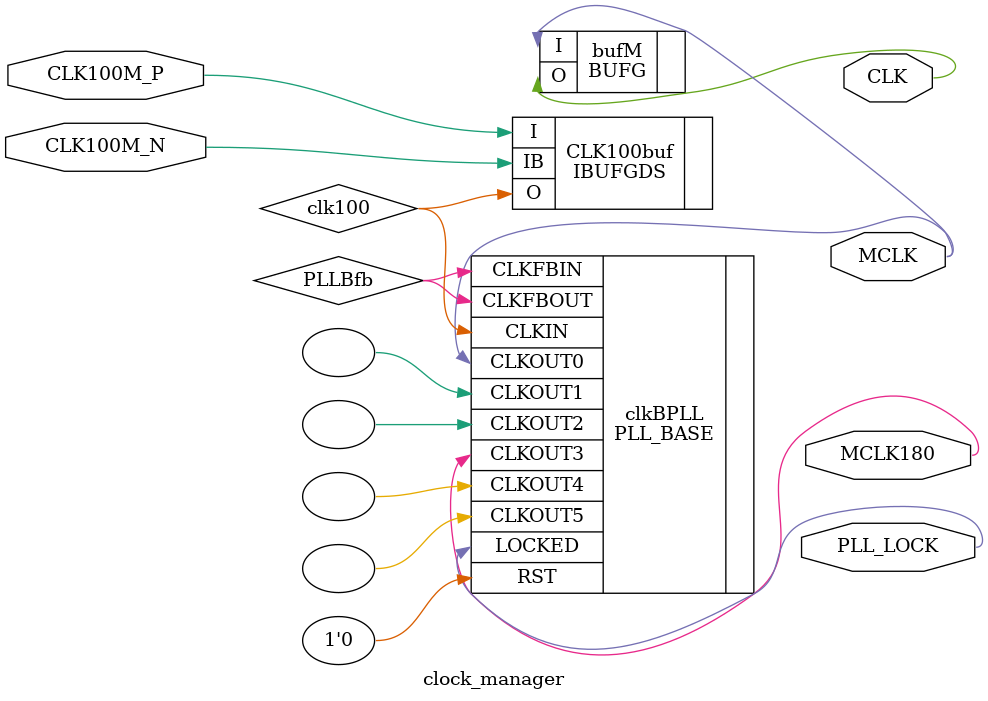
<source format=sv>
module clock_manager(
  output logic CLK,
  output logic MCLK, MCLK180,
  output logic PLL_LOCK,
  input  logic CLK100M_P, CLK100M_N );
  
  // Internal signals
  logic PLLBfb;
  logic clk100;

// Generate 100 MHz clock
        IBUFGDS #(
                .DIFF_TERM("TRUE"), // Differential Termination (Virtex-4/5, Spartan-3E/3A)
                .IOSTANDARD("LVDS_25") // Specifies the I/O standard for this buffer
        ) CLK100buf(
                .O(clk100),  // Clock buffer output
                .I(CLK100M_P),  // Diff_p clock buffer input
                .IB(CLK100M_N) // Diff_n clock buffer input
        );
        
// This PLL generates the main system clock, cx4 and C2C clocks from the cx4 output clock
// This has been modified to use the 100M clock input so that it can be used independently of the 
// CX4 module.  Outputs are at 150M presently.
PLL_BASE #(
.BANDWIDTH("OPTIMIZED"), // "HIGH", "LOW" or "OPTIMIZED"
.CLKFBOUT_MULT(6), // Multiplication factor for all output clocks
.CLKFBOUT_PHASE(0.0), // Phase shift (degrees) of all output clocks
.CLKIN_PERIOD(10), // Clock period (ns) of input clock on CLKIN

.CLKOUT0_DIVIDE(4), // Division factor for CLKOUT0 (1 to 128)
.CLKOUT0_DUTY_CYCLE(0.5), // Duty cycle for CLKOUT0 (0.01 to 0.99)
.CLKOUT0_PHASE(0.0), // Phase shift (degrees) for CLKOUT0 (0.0 to 360.0)

.CLKOUT1_DIVIDE(2), // Division factor for CLKOUT1 (1 to 128)
.CLKOUT1_DUTY_CYCLE(0.5), // Duty cycle for CLKOUT1 (0.01 to 0.99)
.CLKOUT1_PHASE(0), // Phase shift (degrees) for CLKOUT1 (0.0 to 360.0)

.CLKOUT2_DIVIDE(16), // Division factor for CLKOUT2 (1 to 128)
.CLKOUT2_DUTY_CYCLE(0.375), // Duty cycle for CLKOUT2 (0.01 to 0.99)
.CLKOUT2_PHASE(0.0), // Phase shift (degrees) for CLKOUT2 (0.0 to 360.0)

.CLKOUT3_DIVIDE(4), // Division factor for CLKOUT3 (1 to 128)
.CLKOUT3_DUTY_CYCLE(0.5), // Duty cycle for CLKOUT3 (0.01 to 0.99)
.CLKOUT3_PHASE(180.0), // Phase shift (degrees) for CLKOUT3 (0.0 to 360.0)

.CLKOUT4_DIVIDE(8), // Division factor for CLKOUT4 (1 to 128)
.CLKOUT4_DUTY_CYCLE(0.5), // Duty cycle for CLKOUT4 (0.01 to 0.99)
.CLKOUT4_PHASE(0.0), // Phase shift (degrees) for CLKOUT4 (0.0 to 360.0)

.CLKOUT5_DIVIDE(4), // Division factor for CLKOUT5 (1 to 128)
.CLKOUT5_DUTY_CYCLE(0.5), // Duty cycle for CLKOUT5 (0.01 to 0.99)
.CLKOUT5_PHASE(180.0), // Phase shift (degrees) for CLKOUT5 (0.0 to 360.0)

.COMPENSATION("SYSTEM_SYNCHRONOUS"), // "SYSTEM_SYNCHRONOUS",
.DIVCLK_DIVIDE(1), // Division factor for all clocks (1 to 52)
.REF_JITTER(0.100) // Input reference jitter (0.000 to 0.999 UI%)


) clkBPLL (
.CLKFBOUT(PLLBfb), 					// General output feedback signal
.CLKOUT0(MCLK), 						// 156.25 MHz system clock before buffering
.CLKOUT1(), 			// 312.5 MHz clock for GTP TXUSRCLK
.CLKOUT2(), 							// 
.CLKOUT3(MCLK180), 					// 156.25 MHz system clock before buffering, 180deg 
.CLKOUT4(), 							// 
.CLKOUT5(),								//
.LOCKED(PLL_LOCK),					   // Active high PLL lock signal
.CLKFBIN(PLLBfb), 					// Clock feedback input
.CLKIN(clk100), 				// input clock 100M
.RST(1'b0)
);

// Buffer main system clock (CLK)
BUFG bufM (.O(CLK), .I(MCLK));

endmodule
</source>
